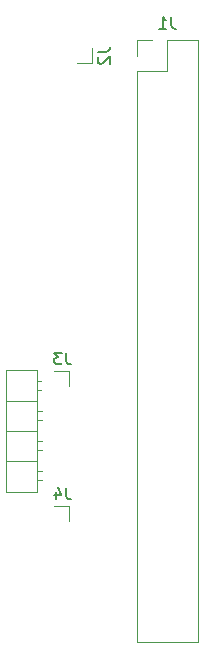
<source format=gbr>
%TF.GenerationSoftware,KiCad,Pcbnew,7.0.10*%
%TF.CreationDate,2024-01-20T20:35:46-05:00*%
%TF.ProjectId,zuul,7a75756c-2e6b-4696-9361-645f70636258,rev?*%
%TF.SameCoordinates,Original*%
%TF.FileFunction,Legend,Bot*%
%TF.FilePolarity,Positive*%
%FSLAX46Y46*%
G04 Gerber Fmt 4.6, Leading zero omitted, Abs format (unit mm)*
G04 Created by KiCad (PCBNEW 7.0.10) date 2024-01-20 20:35:46*
%MOMM*%
%LPD*%
G01*
G04 APERTURE LIST*
%ADD10C,0.150000*%
%ADD11C,0.120000*%
G04 APERTURE END LIST*
D10*
X33353333Y-55604819D02*
X33353333Y-56319104D01*
X33353333Y-56319104D02*
X33400952Y-56461961D01*
X33400952Y-56461961D02*
X33496190Y-56557200D01*
X33496190Y-56557200D02*
X33639047Y-56604819D01*
X33639047Y-56604819D02*
X33734285Y-56604819D01*
X32972380Y-55604819D02*
X32353333Y-55604819D01*
X32353333Y-55604819D02*
X32686666Y-55985771D01*
X32686666Y-55985771D02*
X32543809Y-55985771D01*
X32543809Y-55985771D02*
X32448571Y-56033390D01*
X32448571Y-56033390D02*
X32400952Y-56081009D01*
X32400952Y-56081009D02*
X32353333Y-56176247D01*
X32353333Y-56176247D02*
X32353333Y-56414342D01*
X32353333Y-56414342D02*
X32400952Y-56509580D01*
X32400952Y-56509580D02*
X32448571Y-56557200D01*
X32448571Y-56557200D02*
X32543809Y-56604819D01*
X32543809Y-56604819D02*
X32829523Y-56604819D01*
X32829523Y-56604819D02*
X32924761Y-56557200D01*
X32924761Y-56557200D02*
X32972380Y-56509580D01*
X36019819Y-30146666D02*
X36734104Y-30146666D01*
X36734104Y-30146666D02*
X36876961Y-30099047D01*
X36876961Y-30099047D02*
X36972200Y-30003809D01*
X36972200Y-30003809D02*
X37019819Y-29860952D01*
X37019819Y-29860952D02*
X37019819Y-29765714D01*
X36115057Y-30575238D02*
X36067438Y-30622857D01*
X36067438Y-30622857D02*
X36019819Y-30718095D01*
X36019819Y-30718095D02*
X36019819Y-30956190D01*
X36019819Y-30956190D02*
X36067438Y-31051428D01*
X36067438Y-31051428D02*
X36115057Y-31099047D01*
X36115057Y-31099047D02*
X36210295Y-31146666D01*
X36210295Y-31146666D02*
X36305533Y-31146666D01*
X36305533Y-31146666D02*
X36448390Y-31099047D01*
X36448390Y-31099047D02*
X37019819Y-30527619D01*
X37019819Y-30527619D02*
X37019819Y-31146666D01*
X33353333Y-67029819D02*
X33353333Y-67744104D01*
X33353333Y-67744104D02*
X33400952Y-67886961D01*
X33400952Y-67886961D02*
X33496190Y-67982200D01*
X33496190Y-67982200D02*
X33639047Y-68029819D01*
X33639047Y-68029819D02*
X33734285Y-68029819D01*
X32448571Y-67363152D02*
X32448571Y-68029819D01*
X32686666Y-66982200D02*
X32924761Y-67696485D01*
X32924761Y-67696485D02*
X32305714Y-67696485D01*
X42243333Y-27164819D02*
X42243333Y-27879104D01*
X42243333Y-27879104D02*
X42290952Y-28021961D01*
X42290952Y-28021961D02*
X42386190Y-28117200D01*
X42386190Y-28117200D02*
X42529047Y-28164819D01*
X42529047Y-28164819D02*
X42624285Y-28164819D01*
X41243333Y-28164819D02*
X41814761Y-28164819D01*
X41529047Y-28164819D02*
X41529047Y-27164819D01*
X41529047Y-27164819D02*
X41624285Y-27307676D01*
X41624285Y-27307676D02*
X41719523Y-27402914D01*
X41719523Y-27402914D02*
X41814761Y-27450533D01*
D11*
%TO.C,J3*%
X33585000Y-58420000D02*
X33585000Y-57150000D01*
X33585000Y-57150000D02*
X32315000Y-57150000D01*
X31272071Y-66420000D02*
X30875000Y-66420000D01*
X31272071Y-65660000D02*
X30875000Y-65660000D01*
X31272071Y-63880000D02*
X30875000Y-63880000D01*
X31272071Y-63120000D02*
X30875000Y-63120000D01*
X31272071Y-61340000D02*
X30875000Y-61340000D01*
X31272071Y-60580000D02*
X30875000Y-60580000D01*
X31205000Y-58800000D02*
X30875000Y-58800000D01*
X31205000Y-58040000D02*
X30875000Y-58040000D01*
X30875000Y-67370000D02*
X28215000Y-67370000D01*
X30875000Y-64770000D02*
X28215000Y-64770000D01*
X30875000Y-62230000D02*
X28215000Y-62230000D01*
X30875000Y-59690000D02*
X28215000Y-59690000D01*
X30875000Y-57090000D02*
X30875000Y-67370000D01*
X28215000Y-67370000D02*
X28215000Y-57090000D01*
X28215000Y-57090000D02*
X30875000Y-57090000D01*
%TO.C,J2*%
X34295000Y-31045000D02*
X35565000Y-31045000D01*
X35565000Y-31045000D02*
X35565000Y-29775000D01*
%TO.C,J4*%
X33585000Y-69845000D02*
X33585000Y-68575000D01*
X33585000Y-68575000D02*
X32315000Y-68575000D01*
%TO.C,J1*%
X44510000Y-80070000D02*
X39310000Y-80070000D01*
X44510000Y-29150000D02*
X44510000Y-80070000D01*
X44510000Y-29150000D02*
X41910000Y-29150000D01*
X41910000Y-31750000D02*
X39310000Y-31750000D01*
X41910000Y-29150000D02*
X41910000Y-31750000D01*
X40640000Y-29150000D02*
X39310000Y-29150000D01*
X39310000Y-31750000D02*
X39310000Y-80070000D01*
X39310000Y-29150000D02*
X39310000Y-30480000D01*
%TD*%
M02*

</source>
